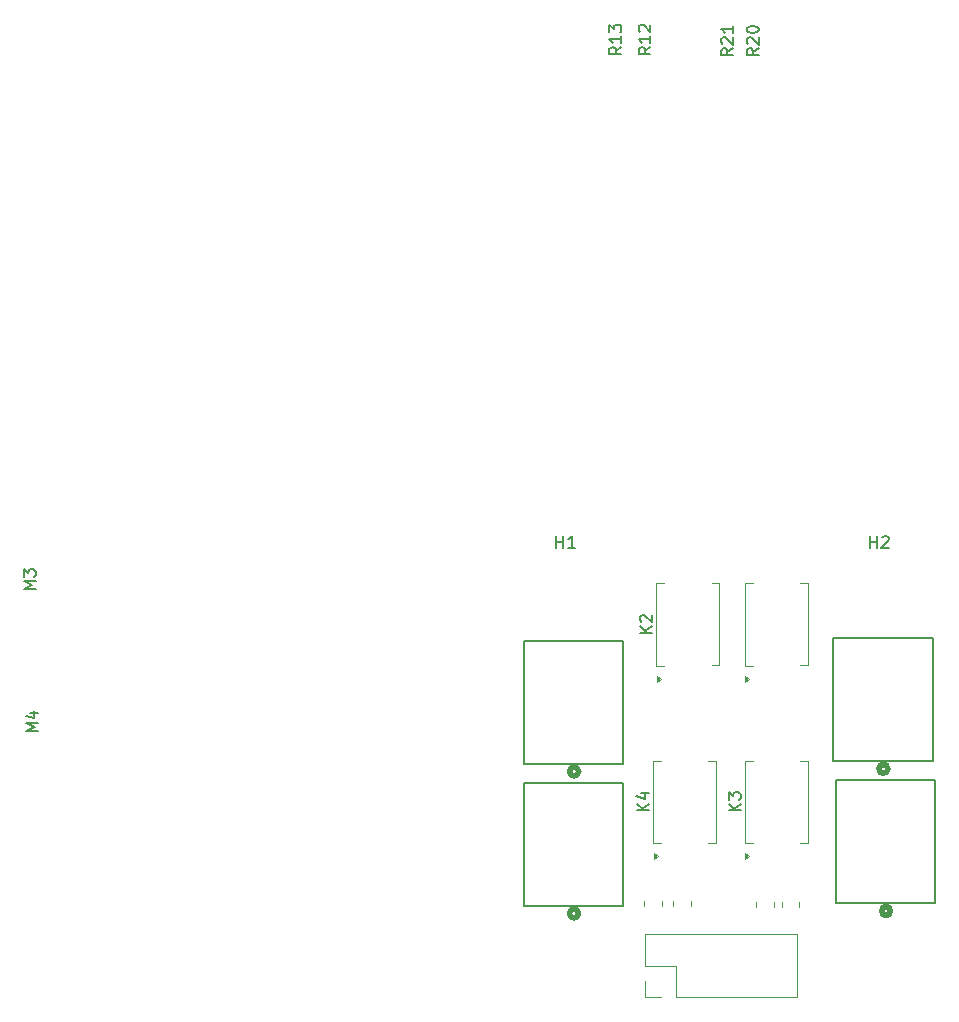
<source format=gbr>
%TF.GenerationSoftware,KiCad,Pcbnew,9.0.6*%
%TF.CreationDate,2025-11-07T06:51:29-08:00*%
%TF.ProjectId,bramble_valve_indexer,6272616d-626c-4655-9f76-616c76655f69,rev?*%
%TF.SameCoordinates,Original*%
%TF.FileFunction,Legend,Top*%
%TF.FilePolarity,Positive*%
%FSLAX46Y46*%
G04 Gerber Fmt 4.6, Leading zero omitted, Abs format (unit mm)*
G04 Created by KiCad (PCBNEW 9.0.6) date 2025-11-07 06:51:29*
%MOMM*%
%LPD*%
G01*
G04 APERTURE LIST*
%ADD10C,0.150000*%
%ADD11C,0.120000*%
%ADD12C,0.152400*%
%ADD13C,0.508000*%
G04 APERTURE END LIST*
D10*
X25585219Y27615542D02*
X25109028Y27282209D01*
X25585219Y27044114D02*
X24585219Y27044114D01*
X24585219Y27044114D02*
X24585219Y27425066D01*
X24585219Y27425066D02*
X24632838Y27520304D01*
X24632838Y27520304D02*
X24680457Y27567923D01*
X24680457Y27567923D02*
X24775695Y27615542D01*
X24775695Y27615542D02*
X24918552Y27615542D01*
X24918552Y27615542D02*
X25013790Y27567923D01*
X25013790Y27567923D02*
X25061409Y27520304D01*
X25061409Y27520304D02*
X25109028Y27425066D01*
X25109028Y27425066D02*
X25109028Y27044114D01*
X25585219Y28567923D02*
X25585219Y27996495D01*
X25585219Y28282209D02*
X24585219Y28282209D01*
X24585219Y28282209D02*
X24728076Y28186971D01*
X24728076Y28186971D02*
X24823314Y28091733D01*
X24823314Y28091733D02*
X24870933Y27996495D01*
X24680457Y28948876D02*
X24632838Y28996495D01*
X24632838Y28996495D02*
X24585219Y29091733D01*
X24585219Y29091733D02*
X24585219Y29329828D01*
X24585219Y29329828D02*
X24632838Y29425066D01*
X24632838Y29425066D02*
X24680457Y29472685D01*
X24680457Y29472685D02*
X24775695Y29520304D01*
X24775695Y29520304D02*
X24870933Y29520304D01*
X24870933Y29520304D02*
X25013790Y29472685D01*
X25013790Y29472685D02*
X25585219Y28901257D01*
X25585219Y28901257D02*
X25585219Y29520304D01*
X32595619Y27512042D02*
X32119428Y27178709D01*
X32595619Y26940614D02*
X31595619Y26940614D01*
X31595619Y26940614D02*
X31595619Y27321566D01*
X31595619Y27321566D02*
X31643238Y27416804D01*
X31643238Y27416804D02*
X31690857Y27464423D01*
X31690857Y27464423D02*
X31786095Y27512042D01*
X31786095Y27512042D02*
X31928952Y27512042D01*
X31928952Y27512042D02*
X32024190Y27464423D01*
X32024190Y27464423D02*
X32071809Y27416804D01*
X32071809Y27416804D02*
X32119428Y27321566D01*
X32119428Y27321566D02*
X32119428Y26940614D01*
X31690857Y27892995D02*
X31643238Y27940614D01*
X31643238Y27940614D02*
X31595619Y28035852D01*
X31595619Y28035852D02*
X31595619Y28273947D01*
X31595619Y28273947D02*
X31643238Y28369185D01*
X31643238Y28369185D02*
X31690857Y28416804D01*
X31690857Y28416804D02*
X31786095Y28464423D01*
X31786095Y28464423D02*
X31881333Y28464423D01*
X31881333Y28464423D02*
X32024190Y28416804D01*
X32024190Y28416804D02*
X32595619Y27845376D01*
X32595619Y27845376D02*
X32595619Y28464423D01*
X32595619Y29416804D02*
X32595619Y28845376D01*
X32595619Y29131090D02*
X31595619Y29131090D01*
X31595619Y29131090D02*
X31738476Y29035852D01*
X31738476Y29035852D02*
X31833714Y28940614D01*
X31833714Y28940614D02*
X31881333Y28845376D01*
X17627695Y-14767419D02*
X17627695Y-13767419D01*
X17627695Y-14243609D02*
X18199123Y-14243609D01*
X18199123Y-14767419D02*
X18199123Y-13767419D01*
X19199123Y-14767419D02*
X18627695Y-14767419D01*
X18913409Y-14767419D02*
X18913409Y-13767419D01*
X18913409Y-13767419D02*
X18818171Y-13910276D01*
X18818171Y-13910276D02*
X18722933Y-14005514D01*
X18722933Y-14005514D02*
X18627695Y-14053133D01*
X-26237580Y-30297523D02*
X-27237580Y-30297523D01*
X-27237580Y-30297523D02*
X-26523295Y-29964190D01*
X-26523295Y-29964190D02*
X-27237580Y-29630857D01*
X-27237580Y-29630857D02*
X-26237580Y-29630857D01*
X-26904247Y-28726095D02*
X-26237580Y-28726095D01*
X-27285200Y-28964190D02*
X-26570914Y-29202285D01*
X-26570914Y-29202285D02*
X-26570914Y-28583238D01*
X25454819Y-36988094D02*
X24454819Y-36988094D01*
X25454819Y-36416666D02*
X24883390Y-36845237D01*
X24454819Y-36416666D02*
X25026247Y-36988094D01*
X24788152Y-35559523D02*
X25454819Y-35559523D01*
X24407200Y-35797618D02*
X25121485Y-36035713D01*
X25121485Y-36035713D02*
X25121485Y-35416666D01*
X-26466180Y-18261123D02*
X-27466180Y-18261123D01*
X-27466180Y-18261123D02*
X-26751895Y-17927790D01*
X-26751895Y-17927790D02*
X-27466180Y-17594457D01*
X-27466180Y-17594457D02*
X-26466180Y-17594457D01*
X-27466180Y-17213504D02*
X-27466180Y-16594457D01*
X-27466180Y-16594457D02*
X-27085228Y-16927790D01*
X-27085228Y-16927790D02*
X-27085228Y-16784933D01*
X-27085228Y-16784933D02*
X-27037609Y-16689695D01*
X-27037609Y-16689695D02*
X-26989990Y-16642076D01*
X-26989990Y-16642076D02*
X-26894752Y-16594457D01*
X-26894752Y-16594457D02*
X-26656657Y-16594457D01*
X-26656657Y-16594457D02*
X-26561419Y-16642076D01*
X-26561419Y-16642076D02*
X-26513800Y-16689695D01*
X-26513800Y-16689695D02*
X-26466180Y-16784933D01*
X-26466180Y-16784933D02*
X-26466180Y-17070647D01*
X-26466180Y-17070647D02*
X-26513800Y-17165885D01*
X-26513800Y-17165885D02*
X-26561419Y-17213504D01*
X33224819Y-36988094D02*
X32224819Y-36988094D01*
X33224819Y-36416666D02*
X32653390Y-36845237D01*
X32224819Y-36416666D02*
X32796247Y-36988094D01*
X32224819Y-36083332D02*
X32224819Y-35464285D01*
X32224819Y-35464285D02*
X32605771Y-35797618D01*
X32605771Y-35797618D02*
X32605771Y-35654761D01*
X32605771Y-35654761D02*
X32653390Y-35559523D01*
X32653390Y-35559523D02*
X32701009Y-35511904D01*
X32701009Y-35511904D02*
X32796247Y-35464285D01*
X32796247Y-35464285D02*
X33034342Y-35464285D01*
X33034342Y-35464285D02*
X33129580Y-35511904D01*
X33129580Y-35511904D02*
X33177200Y-35559523D01*
X33177200Y-35559523D02*
X33224819Y-35654761D01*
X33224819Y-35654761D02*
X33224819Y-35940475D01*
X33224819Y-35940475D02*
X33177200Y-36035713D01*
X33177200Y-36035713D02*
X33129580Y-36083332D01*
X25724819Y-21988094D02*
X24724819Y-21988094D01*
X25724819Y-21416666D02*
X25153390Y-21845237D01*
X24724819Y-21416666D02*
X25296247Y-21988094D01*
X24820057Y-21035713D02*
X24772438Y-20988094D01*
X24772438Y-20988094D02*
X24724819Y-20892856D01*
X24724819Y-20892856D02*
X24724819Y-20654761D01*
X24724819Y-20654761D02*
X24772438Y-20559523D01*
X24772438Y-20559523D02*
X24820057Y-20511904D01*
X24820057Y-20511904D02*
X24915295Y-20464285D01*
X24915295Y-20464285D02*
X25010533Y-20464285D01*
X25010533Y-20464285D02*
X25153390Y-20511904D01*
X25153390Y-20511904D02*
X25724819Y-21083332D01*
X25724819Y-21083332D02*
X25724819Y-20464285D01*
X23121419Y27615542D02*
X22645228Y27282209D01*
X23121419Y27044114D02*
X22121419Y27044114D01*
X22121419Y27044114D02*
X22121419Y27425066D01*
X22121419Y27425066D02*
X22169038Y27520304D01*
X22169038Y27520304D02*
X22216657Y27567923D01*
X22216657Y27567923D02*
X22311895Y27615542D01*
X22311895Y27615542D02*
X22454752Y27615542D01*
X22454752Y27615542D02*
X22549990Y27567923D01*
X22549990Y27567923D02*
X22597609Y27520304D01*
X22597609Y27520304D02*
X22645228Y27425066D01*
X22645228Y27425066D02*
X22645228Y27044114D01*
X23121419Y28567923D02*
X23121419Y27996495D01*
X23121419Y28282209D02*
X22121419Y28282209D01*
X22121419Y28282209D02*
X22264276Y28186971D01*
X22264276Y28186971D02*
X22359514Y28091733D01*
X22359514Y28091733D02*
X22407133Y27996495D01*
X22121419Y28901257D02*
X22121419Y29520304D01*
X22121419Y29520304D02*
X22502371Y29186971D01*
X22502371Y29186971D02*
X22502371Y29329828D01*
X22502371Y29329828D02*
X22549990Y29425066D01*
X22549990Y29425066D02*
X22597609Y29472685D01*
X22597609Y29472685D02*
X22692847Y29520304D01*
X22692847Y29520304D02*
X22930942Y29520304D01*
X22930942Y29520304D02*
X23026180Y29472685D01*
X23026180Y29472685D02*
X23073800Y29425066D01*
X23073800Y29425066D02*
X23121419Y29329828D01*
X23121419Y29329828D02*
X23121419Y29044114D01*
X23121419Y29044114D02*
X23073800Y28948876D01*
X23073800Y28948876D02*
X23026180Y28901257D01*
X44196095Y-14767419D02*
X44196095Y-13767419D01*
X44196095Y-14243609D02*
X44767523Y-14243609D01*
X44767523Y-14767419D02*
X44767523Y-13767419D01*
X45196095Y-13862657D02*
X45243714Y-13815038D01*
X45243714Y-13815038D02*
X45338952Y-13767419D01*
X45338952Y-13767419D02*
X45577047Y-13767419D01*
X45577047Y-13767419D02*
X45672285Y-13815038D01*
X45672285Y-13815038D02*
X45719904Y-13862657D01*
X45719904Y-13862657D02*
X45767523Y-13957895D01*
X45767523Y-13957895D02*
X45767523Y-14053133D01*
X45767523Y-14053133D02*
X45719904Y-14195990D01*
X45719904Y-14195990D02*
X45148476Y-14767419D01*
X45148476Y-14767419D02*
X45767523Y-14767419D01*
X34754619Y27512042D02*
X34278428Y27178709D01*
X34754619Y26940614D02*
X33754619Y26940614D01*
X33754619Y26940614D02*
X33754619Y27321566D01*
X33754619Y27321566D02*
X33802238Y27416804D01*
X33802238Y27416804D02*
X33849857Y27464423D01*
X33849857Y27464423D02*
X33945095Y27512042D01*
X33945095Y27512042D02*
X34087952Y27512042D01*
X34087952Y27512042D02*
X34183190Y27464423D01*
X34183190Y27464423D02*
X34230809Y27416804D01*
X34230809Y27416804D02*
X34278428Y27321566D01*
X34278428Y27321566D02*
X34278428Y26940614D01*
X33849857Y27892995D02*
X33802238Y27940614D01*
X33802238Y27940614D02*
X33754619Y28035852D01*
X33754619Y28035852D02*
X33754619Y28273947D01*
X33754619Y28273947D02*
X33802238Y28369185D01*
X33802238Y28369185D02*
X33849857Y28416804D01*
X33849857Y28416804D02*
X33945095Y28464423D01*
X33945095Y28464423D02*
X34040333Y28464423D01*
X34040333Y28464423D02*
X34183190Y28416804D01*
X34183190Y28416804D02*
X34754619Y27845376D01*
X34754619Y27845376D02*
X34754619Y28464423D01*
X33754619Y29083471D02*
X33754619Y29178709D01*
X33754619Y29178709D02*
X33802238Y29273947D01*
X33802238Y29273947D02*
X33849857Y29321566D01*
X33849857Y29321566D02*
X33945095Y29369185D01*
X33945095Y29369185D02*
X34135571Y29416804D01*
X34135571Y29416804D02*
X34373666Y29416804D01*
X34373666Y29416804D02*
X34564142Y29369185D01*
X34564142Y29369185D02*
X34659380Y29321566D01*
X34659380Y29321566D02*
X34707000Y29273947D01*
X34707000Y29273947D02*
X34754619Y29178709D01*
X34754619Y29178709D02*
X34754619Y29083471D01*
X34754619Y29083471D02*
X34707000Y28988233D01*
X34707000Y28988233D02*
X34659380Y28940614D01*
X34659380Y28940614D02*
X34564142Y28892995D01*
X34564142Y28892995D02*
X34373666Y28845376D01*
X34373666Y28845376D02*
X34135571Y28845376D01*
X34135571Y28845376D02*
X33945095Y28892995D01*
X33945095Y28892995D02*
X33849857Y28940614D01*
X33849857Y28940614D02*
X33802238Y28988233D01*
X33802238Y28988233D02*
X33754619Y29083471D01*
D11*
%TO.C,R12*%
X27535200Y-45108864D02*
X27535200Y-44654736D01*
X29005200Y-45108864D02*
X29005200Y-44654736D01*
%TO.C,R21*%
X34545600Y-45212364D02*
X34545600Y-44758236D01*
X36015600Y-45212364D02*
X36015600Y-44758236D01*
D12*
%TO.C,M4*%
X41315201Y-34464600D02*
X41315201Y-44878600D01*
X41315201Y-44878600D02*
X49719200Y-44878600D01*
X49719200Y-34464600D02*
X41315201Y-34464600D01*
X49719200Y-44878600D02*
X49719200Y-34464600D01*
D13*
X45923200Y-45513600D02*
G75*
G02*
X45161200Y-45513600I-381000J0D01*
G01*
X45161200Y-45513600D02*
G75*
G02*
X45923200Y-45513600I381000J0D01*
G01*
D11*
%TO.C,K4*%
X25830000Y-32780000D02*
X25830000Y-39800000D01*
X25830000Y-32780000D02*
X26500000Y-32780000D01*
X25830000Y-39800000D02*
X26500000Y-39800000D01*
X30500000Y-32780000D02*
X31170000Y-32780000D01*
X30500000Y-39720000D02*
X31170000Y-39720000D01*
X31170000Y-39720000D02*
X31170000Y-32780000D01*
X26200000Y-40845000D02*
X25870000Y-41085000D01*
X25870000Y-40605000D01*
X26200000Y-40845000D01*
G36*
X26200000Y-40845000D02*
G01*
X25870000Y-41085000D01*
X25870000Y-40605000D01*
X26200000Y-40845000D01*
G37*
D12*
%TO.C,M2*%
X14899201Y-34671000D02*
X14899201Y-45085000D01*
X14899201Y-45085000D02*
X23303200Y-45085000D01*
X23303200Y-34671000D02*
X14899201Y-34671000D01*
X23303200Y-45085000D02*
X23303200Y-34671000D01*
D13*
X19507200Y-45720000D02*
G75*
G02*
X18745200Y-45720000I-381000J0D01*
G01*
X18745200Y-45720000D02*
G75*
G02*
X19507200Y-45720000I381000J0D01*
G01*
D12*
%TO.C,M3*%
X41086601Y-22428200D02*
X41086601Y-32842200D01*
X41086601Y-32842200D02*
X49490600Y-32842200D01*
X49490600Y-22428200D02*
X41086601Y-22428200D01*
X49490600Y-32842200D02*
X49490600Y-22428200D01*
D13*
X45694600Y-33477200D02*
G75*
G02*
X44932600Y-33477200I-381000J0D01*
G01*
X44932600Y-33477200D02*
G75*
G02*
X45694600Y-33477200I381000J0D01*
G01*
D11*
%TO.C,K3*%
X33600000Y-32780000D02*
X33600000Y-39800000D01*
X33600000Y-32780000D02*
X34270000Y-32780000D01*
X33600000Y-39800000D02*
X34270000Y-39800000D01*
X38270000Y-32780000D02*
X38940000Y-32780000D01*
X38270000Y-39720000D02*
X38940000Y-39720000D01*
X38940000Y-39720000D02*
X38940000Y-32780000D01*
X33970000Y-40845000D02*
X33640000Y-41085000D01*
X33640000Y-40605000D01*
X33970000Y-40845000D01*
G36*
X33970000Y-40845000D02*
G01*
X33640000Y-41085000D01*
X33640000Y-40605000D01*
X33970000Y-40845000D01*
G37*
%TO.C,K2*%
X26100000Y-17780000D02*
X26100000Y-24800000D01*
X26100000Y-17780000D02*
X26770000Y-17780000D01*
X26100000Y-24800000D02*
X26770000Y-24800000D01*
X30770000Y-17780000D02*
X31440000Y-17780000D01*
X30770000Y-24720000D02*
X31440000Y-24720000D01*
X31440000Y-24720000D02*
X31440000Y-17780000D01*
X26470000Y-25845000D02*
X26140000Y-26085000D01*
X26140000Y-25605000D01*
X26470000Y-25845000D01*
G36*
X26470000Y-25845000D02*
G01*
X26140000Y-26085000D01*
X26140000Y-25605000D01*
X26470000Y-25845000D01*
G37*
%TO.C,R13*%
X25071400Y-45108864D02*
X25071400Y-44654736D01*
X26541400Y-45108864D02*
X26541400Y-44654736D01*
%TO.C,K1*%
X33600000Y-17780000D02*
X33600000Y-24800000D01*
X33600000Y-17780000D02*
X34270000Y-17780000D01*
X33600000Y-24800000D02*
X34270000Y-24800000D01*
X38270000Y-17780000D02*
X38940000Y-17780000D01*
X38270000Y-24720000D02*
X38940000Y-24720000D01*
X38940000Y-24720000D02*
X38940000Y-17780000D01*
X33970000Y-25845000D02*
X33640000Y-26085000D01*
X33640000Y-25605000D01*
X33970000Y-25845000D01*
G36*
X33970000Y-25845000D02*
G01*
X33640000Y-26085000D01*
X33640000Y-25605000D01*
X33970000Y-25845000D01*
G37*
%TO.C,J1*%
X25120000Y-47491500D02*
X38040000Y-47491500D01*
X25120000Y-50141500D02*
X25120000Y-47491500D01*
X25120000Y-52791500D02*
X25120000Y-51411500D01*
X26500000Y-52791500D02*
X25120000Y-52791500D01*
X27770000Y-50141500D02*
X25120000Y-50141500D01*
X27770000Y-52791500D02*
X27770000Y-50141500D01*
X27770000Y-52791500D02*
X38040000Y-52791500D01*
X38040000Y-52791500D02*
X38040000Y-47491500D01*
D12*
%TO.C,M1*%
X14899201Y-22656800D02*
X14899201Y-33070800D01*
X14899201Y-33070800D02*
X23303200Y-33070800D01*
X23303200Y-22656800D02*
X14899201Y-22656800D01*
X23303200Y-33070800D02*
X23303200Y-22656800D01*
D13*
X19507200Y-33705800D02*
G75*
G02*
X18745200Y-33705800I-381000J0D01*
G01*
X18745200Y-33705800D02*
G75*
G02*
X19507200Y-33705800I381000J0D01*
G01*
D11*
%TO.C,R20*%
X36704600Y-45212364D02*
X36704600Y-44758236D01*
X38174600Y-45212364D02*
X38174600Y-44758236D01*
%TD*%
M02*

</source>
